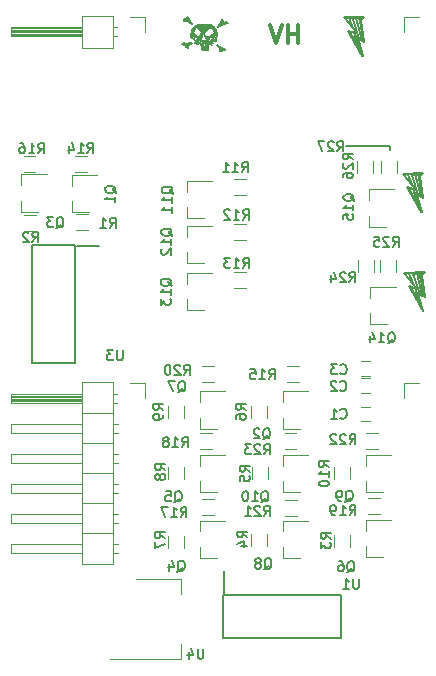
<source format=gbo>
%TF.GenerationSoftware,KiCad,Pcbnew,4.0.7*%
%TF.CreationDate,2017-11-22T17:51:59+08:00*%
%TF.ProjectId,NixieTube_QS27,4E69786965547562655F515332372E6B,rev?*%
%TF.FileFunction,Legend,Bot*%
%FSLAX46Y46*%
G04 Gerber Fmt 4.6, Leading zero omitted, Abs format (unit mm)*
G04 Created by KiCad (PCBNEW 4.0.7) date 11/22/17 17:51:59*
%MOMM*%
%LPD*%
G01*
G04 APERTURE LIST*
%ADD10C,0.100000*%
%ADD11C,0.300000*%
%ADD12C,0.200000*%
%ADD13C,0.153000*%
%ADD14C,0.120000*%
%ADD15C,0.150000*%
G04 APERTURE END LIST*
D10*
D11*
X25271428Y-2928571D02*
X25271428Y-1428571D01*
X25271428Y-2142857D02*
X24414285Y-2142857D01*
X24414285Y-2928571D02*
X24414285Y-1428571D01*
X23914285Y-1428571D02*
X23414285Y-2928571D01*
X22914285Y-1428571D01*
D12*
X33060000Y-11640000D02*
X33060000Y-11960000D01*
X29350000Y-11660000D02*
X33060000Y-11640000D01*
D13*
X35335000Y-22445000D02*
X35795000Y-24295000D01*
X35665000Y-22485000D02*
X35755000Y-22885000D01*
X34651000Y-23544000D02*
X35865000Y-25665000D01*
X35725000Y-25285000D02*
X35365000Y-24165000D01*
X35055000Y-22515000D02*
X35585000Y-24195000D01*
X34845000Y-23615000D02*
X35285000Y-24585000D01*
X35237000Y-23995500D02*
X35621000Y-25056200D01*
X35891000Y-25664200D02*
X35454000Y-24181900D01*
X35715000Y-22605000D02*
X35785000Y-22405000D01*
X35585000Y-22365000D02*
X35629000Y-22709200D01*
X36033000Y-22327400D02*
X34297000Y-22386500D01*
X35454000Y-24181900D02*
X36039000Y-24447600D01*
X35930000Y-24262700D02*
X35237000Y-23995500D01*
X34725000Y-22475000D02*
X35065000Y-23265000D01*
X34555000Y-22425000D02*
X34395000Y-22415000D01*
X34297000Y-22386500D02*
X35407000Y-23727100D01*
X36039000Y-24447600D02*
X35785000Y-22605000D01*
X35407000Y-23727100D02*
X34651000Y-23544000D01*
X35755000Y-22825000D02*
X35915000Y-23955000D01*
X35505000Y-22485000D02*
X34555000Y-22425000D01*
X35705000Y-22445000D02*
X35715000Y-22605000D01*
X35874000Y-22402600D02*
X35621000Y-22533800D01*
X35155000Y-23685000D02*
X35355000Y-24115000D01*
X35955000Y-24345000D02*
X35345000Y-24085000D01*
X35629000Y-22709200D02*
X35930000Y-24262700D01*
X35785000Y-22605000D02*
X36033000Y-22327400D01*
X35210000Y-14070000D02*
X35670000Y-15920000D01*
X35540000Y-14110000D02*
X35630000Y-14510000D01*
X34526000Y-15169000D02*
X35740000Y-17290000D01*
X35600000Y-16910000D02*
X35240000Y-15790000D01*
X34930000Y-14140000D02*
X35460000Y-15820000D01*
X34720000Y-15240000D02*
X35160000Y-16210000D01*
X35112000Y-15620500D02*
X35496000Y-16681200D01*
X35766000Y-17289200D02*
X35329000Y-15806900D01*
X35590000Y-14230000D02*
X35660000Y-14030000D01*
X35460000Y-13990000D02*
X35504000Y-14334200D01*
X35908000Y-13952400D02*
X34172000Y-14011500D01*
X35329000Y-15806900D02*
X35914000Y-16072600D01*
X35805000Y-15887700D02*
X35112000Y-15620500D01*
X34600000Y-14100000D02*
X34940000Y-14890000D01*
X34430000Y-14050000D02*
X34270000Y-14040000D01*
X34172000Y-14011500D02*
X35282000Y-15352100D01*
X35914000Y-16072600D02*
X35660000Y-14230000D01*
X35282000Y-15352100D02*
X34526000Y-15169000D01*
X35630000Y-14450000D02*
X35790000Y-15580000D01*
X35380000Y-14110000D02*
X34430000Y-14050000D01*
X35580000Y-14070000D02*
X35590000Y-14230000D01*
X35749000Y-14027600D02*
X35496000Y-14158800D01*
X35030000Y-15310000D02*
X35230000Y-15740000D01*
X35830000Y-15970000D02*
X35220000Y-15710000D01*
X35504000Y-14334200D02*
X35805000Y-15887700D01*
X35660000Y-14230000D02*
X35908000Y-13952400D01*
D14*
X15890000Y-17780000D02*
X15890000Y-16850000D01*
X15890000Y-14620000D02*
X15890000Y-15550000D01*
X15890000Y-14620000D02*
X18050000Y-14620000D01*
X15890000Y-17780000D02*
X17350000Y-17780000D01*
D15*
X6375000Y-28775000D02*
X6375000Y-30025000D01*
X2775000Y-28750000D02*
X2775000Y-30025000D01*
X8425000Y-20115000D02*
X8225000Y-20115000D01*
X8225000Y-20115000D02*
X6575000Y-20115000D01*
X6375000Y-20015000D02*
X6375000Y-28765000D01*
X6375000Y-30025000D02*
X2775000Y-30025000D01*
X2775000Y-28765000D02*
X2775000Y-20015000D01*
X2775000Y-20015000D02*
X6375000Y-20015000D01*
D14*
X22630000Y-45500000D02*
X22630000Y-44500000D01*
X21270000Y-44500000D02*
X21270000Y-45500000D01*
X15360000Y-48290000D02*
X15360000Y-49550000D01*
X15360000Y-55110000D02*
X15360000Y-53850000D01*
X11600000Y-48290000D02*
X15360000Y-48290000D01*
X9350000Y-55110000D02*
X15360000Y-55110000D01*
X31360000Y-31340000D02*
X30660000Y-31340000D01*
X30660000Y-32540000D02*
X31360000Y-32540000D01*
X33680000Y-13950000D02*
X33680000Y-12950000D01*
X32320000Y-12950000D02*
X32320000Y-13950000D01*
X30320000Y-12950000D02*
X30320000Y-13950000D01*
X31680000Y-13950000D02*
X31680000Y-12950000D01*
X31290000Y-18480000D02*
X31290000Y-17550000D01*
X31290000Y-15320000D02*
X31290000Y-16250000D01*
X31290000Y-15320000D02*
X33450000Y-15320000D01*
X31290000Y-18480000D02*
X32750000Y-18480000D01*
D15*
X27685000Y-49695000D02*
X28935000Y-49695000D01*
X27660000Y-53295000D02*
X28935000Y-53295000D01*
X19025000Y-47645000D02*
X19025000Y-47845000D01*
X19025000Y-47845000D02*
X19025000Y-49495000D01*
X18925000Y-49695000D02*
X27675000Y-49695000D01*
X28935000Y-49695000D02*
X28935000Y-53295000D01*
X27675000Y-53295000D02*
X18925000Y-53295000D01*
X18925000Y-53295000D02*
X18925000Y-49695000D01*
D14*
X33630000Y-22300000D02*
X33630000Y-21300000D01*
X32270000Y-21300000D02*
X32270000Y-22300000D01*
X30370000Y-21350000D02*
X30370000Y-22350000D01*
X31730000Y-22350000D02*
X31730000Y-21350000D01*
X25150000Y-35945000D02*
X24150000Y-35945000D01*
X24150000Y-37305000D02*
X25150000Y-37305000D01*
X32050000Y-35945000D02*
X31050000Y-35945000D01*
X31050000Y-37305000D02*
X32050000Y-37305000D01*
X25200000Y-41595000D02*
X24200000Y-41595000D01*
X24200000Y-42955000D02*
X25200000Y-42955000D01*
X18200000Y-30320000D02*
X17200000Y-30320000D01*
X17200000Y-31680000D02*
X18200000Y-31680000D01*
X32250000Y-41445000D02*
X31250000Y-41445000D01*
X31250000Y-42805000D02*
X32250000Y-42805000D01*
X18000000Y-35945000D02*
X17000000Y-35945000D01*
X17000000Y-37305000D02*
X18000000Y-37305000D01*
X18200000Y-41570000D02*
X17200000Y-41570000D01*
X17200000Y-42930000D02*
X18200000Y-42930000D01*
X3050000Y-12470000D02*
X2050000Y-12470000D01*
X2050000Y-13830000D02*
X3050000Y-13830000D01*
X25350000Y-30320000D02*
X24350000Y-30320000D01*
X24350000Y-31680000D02*
X25350000Y-31680000D01*
X6425000Y-13855000D02*
X7425000Y-13855000D01*
X7425000Y-12495000D02*
X6425000Y-12495000D01*
X19850000Y-23680000D02*
X20850000Y-23680000D01*
X20850000Y-22320000D02*
X19850000Y-22320000D01*
X19850000Y-19630000D02*
X20850000Y-19630000D01*
X20850000Y-18270000D02*
X19850000Y-18270000D01*
X19850000Y-15780000D02*
X20850000Y-15780000D01*
X20850000Y-14420000D02*
X19850000Y-14420000D01*
X29680000Y-39875000D02*
X29680000Y-38875000D01*
X28320000Y-38875000D02*
X28320000Y-39875000D01*
X15630000Y-34650000D02*
X15630000Y-33650000D01*
X14270000Y-33650000D02*
X14270000Y-34650000D01*
X15630000Y-39875000D02*
X15630000Y-38875000D01*
X14270000Y-38875000D02*
X14270000Y-39875000D01*
X15630000Y-45675000D02*
X15630000Y-44675000D01*
X14270000Y-44675000D02*
X14270000Y-45675000D01*
X22630000Y-34650000D02*
X22630000Y-33650000D01*
X21270000Y-33650000D02*
X21270000Y-34650000D01*
X22780000Y-39875000D02*
X22780000Y-38875000D01*
X21420000Y-38875000D02*
X21420000Y-39875000D01*
X29680000Y-45600000D02*
X29680000Y-44600000D01*
X28320000Y-44600000D02*
X28320000Y-45600000D01*
X2100000Y-18830000D02*
X3100000Y-18830000D01*
X3100000Y-17470000D02*
X2100000Y-17470000D01*
X6475000Y-18755000D02*
X7475000Y-18755000D01*
X7475000Y-17395000D02*
X6475000Y-17395000D01*
X31390000Y-26730000D02*
X31390000Y-25800000D01*
X31390000Y-23570000D02*
X31390000Y-24500000D01*
X31390000Y-23570000D02*
X33550000Y-23570000D01*
X31390000Y-26730000D02*
X32850000Y-26730000D01*
X15890000Y-25580000D02*
X15890000Y-24650000D01*
X15890000Y-22420000D02*
X15890000Y-23350000D01*
X15890000Y-22420000D02*
X18050000Y-22420000D01*
X15890000Y-25580000D02*
X17350000Y-25580000D01*
X15890000Y-21580000D02*
X15890000Y-20650000D01*
X15890000Y-18420000D02*
X15890000Y-19350000D01*
X15890000Y-18420000D02*
X18050000Y-18420000D01*
X15890000Y-21580000D02*
X17350000Y-21580000D01*
X23990000Y-40955000D02*
X23990000Y-40025000D01*
X23990000Y-37795000D02*
X23990000Y-38725000D01*
X23990000Y-37795000D02*
X26150000Y-37795000D01*
X23990000Y-40955000D02*
X25450000Y-40955000D01*
X31040000Y-40955000D02*
X31040000Y-40025000D01*
X31040000Y-37795000D02*
X31040000Y-38725000D01*
X31040000Y-37795000D02*
X33200000Y-37795000D01*
X31040000Y-40955000D02*
X32500000Y-40955000D01*
X23990000Y-46530000D02*
X23990000Y-45600000D01*
X23990000Y-43370000D02*
X23990000Y-44300000D01*
X23990000Y-43370000D02*
X26150000Y-43370000D01*
X23990000Y-46530000D02*
X25450000Y-46530000D01*
X16990000Y-35580000D02*
X16990000Y-34650000D01*
X16990000Y-32420000D02*
X16990000Y-33350000D01*
X16990000Y-32420000D02*
X19150000Y-32420000D01*
X16990000Y-35580000D02*
X18450000Y-35580000D01*
X31040000Y-46455000D02*
X31040000Y-45525000D01*
X31040000Y-43295000D02*
X31040000Y-44225000D01*
X31040000Y-43295000D02*
X33200000Y-43295000D01*
X31040000Y-46455000D02*
X32500000Y-46455000D01*
X16990000Y-40955000D02*
X16990000Y-40025000D01*
X16990000Y-37795000D02*
X16990000Y-38725000D01*
X16990000Y-37795000D02*
X19150000Y-37795000D01*
X16990000Y-40955000D02*
X18450000Y-40955000D01*
X16990000Y-46530000D02*
X16990000Y-45600000D01*
X16990000Y-43370000D02*
X16990000Y-44300000D01*
X16990000Y-43370000D02*
X19150000Y-43370000D01*
X16990000Y-46530000D02*
X18450000Y-46530000D01*
X23990000Y-35580000D02*
X23990000Y-34650000D01*
X23990000Y-32420000D02*
X23990000Y-33350000D01*
X23990000Y-32420000D02*
X26150000Y-32420000D01*
X23990000Y-35580000D02*
X25450000Y-35580000D01*
X6115000Y-17255000D02*
X6115000Y-16325000D01*
X6115000Y-14095000D02*
X6115000Y-15025000D01*
X6115000Y-14095000D02*
X8275000Y-14095000D01*
X6115000Y-17255000D02*
X7575000Y-17255000D01*
X30650000Y-34950000D02*
X31350000Y-34950000D01*
X31350000Y-33750000D02*
X30650000Y-33750000D01*
X1840000Y-17230000D02*
X1840000Y-16300000D01*
X1840000Y-14070000D02*
X1840000Y-15000000D01*
X1840000Y-14070000D02*
X4000000Y-14070000D01*
X1840000Y-17230000D02*
X3300000Y-17230000D01*
X31350000Y-29900000D02*
X30650000Y-29900000D01*
X30650000Y-31100000D02*
X31350000Y-31100000D01*
X9660000Y-31670000D02*
X9660000Y-47030000D01*
X9660000Y-47030000D02*
X7000000Y-47030000D01*
X7000000Y-47030000D02*
X7000000Y-31670000D01*
X7000000Y-31670000D02*
X9660000Y-31670000D01*
X7000000Y-32620000D02*
X1000000Y-32620000D01*
X1000000Y-32620000D02*
X1000000Y-33380000D01*
X1000000Y-33380000D02*
X7000000Y-33380000D01*
X7000000Y-32680000D02*
X1000000Y-32680000D01*
X7000000Y-32800000D02*
X1000000Y-32800000D01*
X7000000Y-32920000D02*
X1000000Y-32920000D01*
X7000000Y-33040000D02*
X1000000Y-33040000D01*
X7000000Y-33160000D02*
X1000000Y-33160000D01*
X7000000Y-33280000D02*
X1000000Y-33280000D01*
X9990000Y-32620000D02*
X9660000Y-32620000D01*
X9990000Y-33380000D02*
X9660000Y-33380000D01*
X9660000Y-34270000D02*
X7000000Y-34270000D01*
X7000000Y-35160000D02*
X1000000Y-35160000D01*
X1000000Y-35160000D02*
X1000000Y-35920000D01*
X1000000Y-35920000D02*
X7000000Y-35920000D01*
X10057071Y-35160000D02*
X9660000Y-35160000D01*
X10057071Y-35920000D02*
X9660000Y-35920000D01*
X9660000Y-36810000D02*
X7000000Y-36810000D01*
X7000000Y-37700000D02*
X1000000Y-37700000D01*
X1000000Y-37700000D02*
X1000000Y-38460000D01*
X1000000Y-38460000D02*
X7000000Y-38460000D01*
X10057071Y-37700000D02*
X9660000Y-37700000D01*
X10057071Y-38460000D02*
X9660000Y-38460000D01*
X9660000Y-39350000D02*
X7000000Y-39350000D01*
X7000000Y-40240000D02*
X1000000Y-40240000D01*
X1000000Y-40240000D02*
X1000000Y-41000000D01*
X1000000Y-41000000D02*
X7000000Y-41000000D01*
X10057071Y-40240000D02*
X9660000Y-40240000D01*
X10057071Y-41000000D02*
X9660000Y-41000000D01*
X9660000Y-41890000D02*
X7000000Y-41890000D01*
X7000000Y-42780000D02*
X1000000Y-42780000D01*
X1000000Y-42780000D02*
X1000000Y-43540000D01*
X1000000Y-43540000D02*
X7000000Y-43540000D01*
X10057071Y-42780000D02*
X9660000Y-42780000D01*
X10057071Y-43540000D02*
X9660000Y-43540000D01*
X9660000Y-44430000D02*
X7000000Y-44430000D01*
X7000000Y-45320000D02*
X1000000Y-45320000D01*
X1000000Y-45320000D02*
X1000000Y-46080000D01*
X1000000Y-46080000D02*
X7000000Y-46080000D01*
X10057071Y-45320000D02*
X9660000Y-45320000D01*
X10057071Y-46080000D02*
X9660000Y-46080000D01*
X12370000Y-33000000D02*
X12370000Y-31730000D01*
X12370000Y-31730000D02*
X11100000Y-31730000D01*
X35500000Y-31730000D02*
X34230000Y-31730000D01*
X34230000Y-31730000D02*
X34230000Y-33000000D01*
X35550000Y-730000D02*
X34280000Y-730000D01*
X34280000Y-730000D02*
X34280000Y-2000000D01*
X9660000Y-670000D02*
X9660000Y-3330000D01*
X9660000Y-3330000D02*
X7000000Y-3330000D01*
X7000000Y-3330000D02*
X7000000Y-670000D01*
X7000000Y-670000D02*
X9660000Y-670000D01*
X7000000Y-1620000D02*
X1000000Y-1620000D01*
X1000000Y-1620000D02*
X1000000Y-2380000D01*
X1000000Y-2380000D02*
X7000000Y-2380000D01*
X7000000Y-1680000D02*
X1000000Y-1680000D01*
X7000000Y-1800000D02*
X1000000Y-1800000D01*
X7000000Y-1920000D02*
X1000000Y-1920000D01*
X7000000Y-2040000D02*
X1000000Y-2040000D01*
X7000000Y-2160000D02*
X1000000Y-2160000D01*
X7000000Y-2280000D02*
X1000000Y-2280000D01*
X9990000Y-1620000D02*
X9660000Y-1620000D01*
X9990000Y-2380000D02*
X9660000Y-2380000D01*
X12370000Y-2000000D02*
X12370000Y-730000D01*
X12370000Y-730000D02*
X11100000Y-730000D01*
D13*
X15900000Y-3200000D02*
X15480000Y-3060000D01*
X18820000Y-3600000D02*
X18720000Y-3630000D01*
X16950000Y-2600000D02*
X17160000Y-2280000D01*
X18210000Y-2220000D02*
X17960000Y-2380000D01*
X17130000Y-2320000D02*
X17050000Y-2720000D01*
X17710000Y-2910000D02*
X17850000Y-2760000D01*
X17660000Y-2970000D02*
X17840000Y-2960000D01*
X17030000Y-2350000D02*
X17210000Y-2200000D01*
X17660000Y-3020000D02*
X17550000Y-2910000D01*
X19000000Y-1350000D02*
X18790000Y-1170000D01*
X19220000Y-1160000D02*
X19030000Y-1260000D01*
X18700000Y-3440000D02*
X18590000Y-3230000D01*
X18240000Y-1690000D02*
X18440000Y-2130000D01*
X17710000Y-2560000D02*
X17900000Y-2390000D01*
X17110000Y-2800000D02*
X17510000Y-2790000D01*
X17970000Y-2460000D02*
X18360000Y-2170000D01*
X18200000Y-2600000D02*
X17910000Y-2660000D01*
X16300000Y-2930000D02*
X16000000Y-3200000D01*
X18750000Y-1340000D02*
X18820000Y-1330000D01*
X17510000Y-2410000D02*
X18160000Y-2350000D01*
X18360000Y-2730000D02*
X17820000Y-2820000D01*
X17210000Y-3510000D02*
X17020000Y-2890000D01*
X18020000Y-3070000D02*
X17770000Y-2970000D01*
X16250000Y-2930000D02*
X15820000Y-3040000D01*
X16540000Y-2360000D02*
X16420000Y-2310000D01*
X18770000Y-3360000D02*
X19050000Y-3420000D01*
X17580000Y-2560000D02*
X17760000Y-2480000D01*
X17280000Y-2910000D02*
X17360000Y-3470000D01*
X16610000Y-2930000D02*
X16700000Y-2700000D01*
X18360000Y-2110000D02*
X18190000Y-2420000D01*
X18840000Y-3480000D02*
X18820000Y-3600000D01*
X18240000Y-2120000D02*
X18080000Y-1750000D01*
X16920000Y-2910000D02*
X16760000Y-3040000D01*
X17430000Y-2370000D02*
X17630000Y-2790000D01*
X15900000Y-3090000D02*
X16260000Y-2930000D01*
X16000000Y-3200000D02*
X15950000Y-3400000D01*
X17730000Y-2630000D02*
X17460000Y-2750000D01*
X17530000Y-2870000D02*
X17610000Y-2880000D01*
X16860000Y-2610000D02*
X17190000Y-2090000D01*
X18430000Y-2110000D02*
X18370000Y-2740000D01*
X18530000Y-1580000D02*
X19000000Y-1350000D01*
X18790000Y-1170000D02*
X18510000Y-1550000D01*
X18720000Y-3630000D02*
X18700000Y-3440000D01*
X19070000Y-3540000D02*
X18840000Y-3480000D01*
X16800000Y-3030000D02*
X16630000Y-2910000D01*
X16570000Y-2460000D02*
X17100000Y-2420000D01*
X18450000Y-3080000D02*
X18770000Y-3360000D01*
X17620000Y-1650000D02*
X18090000Y-1700000D01*
X19050000Y-3420000D02*
X19070000Y-3540000D01*
X18360000Y-2170000D02*
X18090000Y-1710000D01*
X17360000Y-3470000D02*
X17280000Y-2910000D01*
X18190000Y-2140000D02*
X18100000Y-2430000D01*
X19030000Y-1260000D02*
X18820000Y-1000000D01*
X17630000Y-3510000D02*
X17400000Y-3520000D01*
X16810000Y-2820000D02*
X16930000Y-2910000D01*
X18890000Y-1140000D02*
X18870000Y-950000D01*
X16970000Y-2960000D02*
X16690000Y-2780000D01*
X17400000Y-3520000D02*
X17200000Y-3470000D01*
X18230000Y-1680000D02*
X17920000Y-1450000D01*
X18090000Y-1710000D02*
X17810000Y-1520000D01*
X17910000Y-2840000D02*
X18060000Y-2980000D01*
X17490000Y-2950000D02*
X17530000Y-3460000D01*
X17520000Y-2820000D02*
X16930000Y-2680000D01*
X17430000Y-2900000D02*
X17140000Y-2920000D01*
X15950000Y-3400000D02*
X15810000Y-3290000D01*
X17070000Y-1820000D02*
X17610000Y-1650000D01*
X17520000Y-1750000D02*
X17280000Y-1880000D01*
X16250000Y-2460000D02*
X16590000Y-2680000D01*
X16390000Y-2240000D02*
X16410000Y-2340000D01*
X17270000Y-1900000D02*
X17120000Y-1700000D01*
X16310000Y-1330000D02*
X16020000Y-1000000D01*
X15950000Y-980000D02*
X15630000Y-950000D01*
X16020000Y-1000000D02*
X16070000Y-790000D01*
X15950000Y-1110000D02*
X16180000Y-1260000D01*
X16310000Y-1840000D02*
X16700000Y-1430000D01*
X16830000Y-1560000D02*
X17780000Y-1580000D01*
X17400000Y-2050000D02*
X17310000Y-2160000D01*
X17310000Y-2160000D02*
X17450000Y-2340000D01*
X16850000Y-1520000D02*
X17170000Y-1690000D01*
X16250000Y-2430000D02*
X16310000Y-1860000D01*
X16070000Y-790000D02*
X15910000Y-780000D01*
X17860000Y-1570000D02*
X17400000Y-2050000D01*
X16850000Y-2550000D02*
X16450000Y-2190000D01*
X16740000Y-1420000D02*
X17910000Y-1450000D01*
X17610000Y-1650000D02*
X17690000Y-1760000D01*
X17780000Y-1580000D02*
X17690000Y-1710000D01*
X17540000Y-1640000D02*
X17070000Y-1820000D01*
X17810000Y-1520000D02*
X16750000Y-1530000D01*
X15910000Y-780000D02*
X15950000Y-980000D01*
X17230000Y-2120000D02*
X16740000Y-1580000D01*
X15670000Y-1110000D02*
X15950000Y-1110000D01*
X16940000Y-1760000D02*
X16830000Y-1690000D01*
X16370000Y-1950000D02*
X16330000Y-2460000D01*
X16750000Y-1530000D02*
X16370000Y-1950000D01*
X15630000Y-950000D02*
X15670000Y-1110000D01*
X16610000Y-1730000D02*
X16370000Y-2070000D01*
X15480000Y-3060000D02*
X15680000Y-2980000D01*
X15680000Y-2980000D02*
X15900000Y-3090000D01*
X15810000Y-3290000D02*
X15900000Y-3200000D01*
X19330000Y-1260000D02*
X19220000Y-1160000D01*
X19020000Y-1340000D02*
X19330000Y-1260000D01*
X17700000Y-3040000D02*
X17690000Y-3520000D01*
X30210000Y-820000D02*
X30670000Y-2670000D01*
X30540000Y-860000D02*
X30630000Y-1260000D01*
X29526000Y-1919000D02*
X30740000Y-4040000D01*
X30600000Y-3660000D02*
X30240000Y-2540000D01*
X29930000Y-890000D02*
X30460000Y-2570000D01*
X29720000Y-1990000D02*
X30160000Y-2960000D01*
X30112000Y-2370500D02*
X30496000Y-3431200D01*
X30766000Y-4039200D02*
X30329000Y-2556900D01*
X30590000Y-980000D02*
X30660000Y-780000D01*
X30460000Y-740000D02*
X30504000Y-1084200D01*
X30908000Y-702400D02*
X29172000Y-761500D01*
X30329000Y-2556900D02*
X30914000Y-2822600D01*
X30805000Y-2637700D02*
X30112000Y-2370500D01*
X29600000Y-850000D02*
X29940000Y-1640000D01*
X29430000Y-800000D02*
X29270000Y-790000D01*
X29172000Y-761500D02*
X30282000Y-2102100D01*
X30914000Y-2822600D02*
X30660000Y-980000D01*
X30282000Y-2102100D02*
X29526000Y-1919000D01*
X30630000Y-1200000D02*
X30790000Y-2330000D01*
X30380000Y-860000D02*
X29430000Y-800000D01*
X30580000Y-820000D02*
X30590000Y-980000D01*
X30749000Y-777600D02*
X30496000Y-908800D01*
X30030000Y-2060000D02*
X30230000Y-2490000D01*
X30830000Y-2720000D02*
X30220000Y-2460000D01*
X30504000Y-1084200D02*
X30805000Y-2637700D01*
X30660000Y-980000D02*
X30908000Y-702400D01*
X14705476Y-15714286D02*
X14665000Y-15633333D01*
X14584048Y-15552381D01*
X14462619Y-15430952D01*
X14422143Y-15350000D01*
X14422143Y-15269048D01*
X14624524Y-15309524D02*
X14584048Y-15228571D01*
X14503095Y-15147619D01*
X14341190Y-15107143D01*
X14057857Y-15107143D01*
X13895952Y-15147619D01*
X13815000Y-15228571D01*
X13774524Y-15309524D01*
X13774524Y-15471428D01*
X13815000Y-15552381D01*
X13895952Y-15633333D01*
X14057857Y-15673809D01*
X14341190Y-15673809D01*
X14503095Y-15633333D01*
X14584048Y-15552381D01*
X14624524Y-15471428D01*
X14624524Y-15309524D01*
X14624524Y-16483333D02*
X14624524Y-15997619D01*
X14624524Y-16240476D02*
X13774524Y-16240476D01*
X13895952Y-16159524D01*
X13976905Y-16078571D01*
X14017381Y-15997619D01*
X14624524Y-17292857D02*
X14624524Y-16807143D01*
X14624524Y-17050000D02*
X13774524Y-17050000D01*
X13895952Y-16969048D01*
X13976905Y-16888095D01*
X14017381Y-16807143D01*
X10447619Y-28934524D02*
X10447619Y-29622619D01*
X10407143Y-29703571D01*
X10366667Y-29744048D01*
X10285714Y-29784524D01*
X10123810Y-29784524D01*
X10042857Y-29744048D01*
X10002381Y-29703571D01*
X9961905Y-29622619D01*
X9961905Y-28934524D01*
X9638095Y-28934524D02*
X9111905Y-28934524D01*
X9395238Y-29258333D01*
X9273810Y-29258333D01*
X9192857Y-29298810D01*
X9152381Y-29339286D01*
X9111905Y-29420238D01*
X9111905Y-29622619D01*
X9152381Y-29703571D01*
X9192857Y-29744048D01*
X9273810Y-29784524D01*
X9516667Y-29784524D01*
X9597619Y-29744048D01*
X9638095Y-29703571D01*
X21014524Y-44793333D02*
X20609762Y-44510000D01*
X21014524Y-44307619D02*
X20164524Y-44307619D01*
X20164524Y-44631428D01*
X20205000Y-44712381D01*
X20245476Y-44752857D01*
X20326429Y-44793333D01*
X20447857Y-44793333D01*
X20528810Y-44752857D01*
X20569286Y-44712381D01*
X20609762Y-44631428D01*
X20609762Y-44307619D01*
X20447857Y-45521905D02*
X21014524Y-45521905D01*
X20124048Y-45319524D02*
X20731190Y-45117143D01*
X20731190Y-45643333D01*
X17277619Y-54214524D02*
X17277619Y-54902619D01*
X17237143Y-54983571D01*
X17196667Y-55024048D01*
X17115714Y-55064524D01*
X16953810Y-55064524D01*
X16872857Y-55024048D01*
X16832381Y-54983571D01*
X16791905Y-54902619D01*
X16791905Y-54214524D01*
X16022857Y-54497857D02*
X16022857Y-55064524D01*
X16225238Y-54174048D02*
X16427619Y-54781190D01*
X15901429Y-54781190D01*
X28861667Y-32323571D02*
X28902143Y-32364048D01*
X29023572Y-32404524D01*
X29104524Y-32404524D01*
X29225952Y-32364048D01*
X29306905Y-32283095D01*
X29347381Y-32202143D01*
X29387857Y-32040238D01*
X29387857Y-31918810D01*
X29347381Y-31756905D01*
X29306905Y-31675952D01*
X29225952Y-31595000D01*
X29104524Y-31554524D01*
X29023572Y-31554524D01*
X28902143Y-31595000D01*
X28861667Y-31635476D01*
X28537857Y-31635476D02*
X28497381Y-31595000D01*
X28416429Y-31554524D01*
X28214048Y-31554524D01*
X28133095Y-31595000D01*
X28092619Y-31635476D01*
X28052143Y-31716429D01*
X28052143Y-31797381D01*
X28092619Y-31918810D01*
X28578333Y-32404524D01*
X28052143Y-32404524D01*
X28626429Y-12114524D02*
X28909762Y-11709762D01*
X29112143Y-12114524D02*
X29112143Y-11264524D01*
X28788334Y-11264524D01*
X28707381Y-11305000D01*
X28666905Y-11345476D01*
X28626429Y-11426429D01*
X28626429Y-11547857D01*
X28666905Y-11628810D01*
X28707381Y-11669286D01*
X28788334Y-11709762D01*
X29112143Y-11709762D01*
X28302619Y-11345476D02*
X28262143Y-11305000D01*
X28181191Y-11264524D01*
X27978810Y-11264524D01*
X27897857Y-11305000D01*
X27857381Y-11345476D01*
X27816905Y-11426429D01*
X27816905Y-11507381D01*
X27857381Y-11628810D01*
X28343095Y-12114524D01*
X27816905Y-12114524D01*
X27533571Y-11264524D02*
X26966905Y-11264524D01*
X27331190Y-12114524D01*
X29934524Y-12783571D02*
X29529762Y-12500238D01*
X29934524Y-12297857D02*
X29084524Y-12297857D01*
X29084524Y-12621666D01*
X29125000Y-12702619D01*
X29165476Y-12743095D01*
X29246429Y-12783571D01*
X29367857Y-12783571D01*
X29448810Y-12743095D01*
X29489286Y-12702619D01*
X29529762Y-12621666D01*
X29529762Y-12297857D01*
X29165476Y-13107381D02*
X29125000Y-13147857D01*
X29084524Y-13228809D01*
X29084524Y-13431190D01*
X29125000Y-13512143D01*
X29165476Y-13552619D01*
X29246429Y-13593095D01*
X29327381Y-13593095D01*
X29448810Y-13552619D01*
X29934524Y-13066905D01*
X29934524Y-13593095D01*
X29084524Y-14321667D02*
X29084524Y-14159762D01*
X29125000Y-14078810D01*
X29165476Y-14038333D01*
X29286905Y-13957381D01*
X29448810Y-13916905D01*
X29772619Y-13916905D01*
X29853571Y-13957381D01*
X29894048Y-13997857D01*
X29934524Y-14078810D01*
X29934524Y-14240714D01*
X29894048Y-14321667D01*
X29853571Y-14362143D01*
X29772619Y-14402619D01*
X29570238Y-14402619D01*
X29489286Y-14362143D01*
X29448810Y-14321667D01*
X29408333Y-14240714D01*
X29408333Y-14078810D01*
X29448810Y-13997857D01*
X29489286Y-13957381D01*
X29570238Y-13916905D01*
X30055476Y-16344286D02*
X30015000Y-16263333D01*
X29934048Y-16182381D01*
X29812619Y-16060952D01*
X29772143Y-15980000D01*
X29772143Y-15899048D01*
X29974524Y-15939524D02*
X29934048Y-15858571D01*
X29853095Y-15777619D01*
X29691190Y-15737143D01*
X29407857Y-15737143D01*
X29245952Y-15777619D01*
X29165000Y-15858571D01*
X29124524Y-15939524D01*
X29124524Y-16101428D01*
X29165000Y-16182381D01*
X29245952Y-16263333D01*
X29407857Y-16303809D01*
X29691190Y-16303809D01*
X29853095Y-16263333D01*
X29934048Y-16182381D01*
X29974524Y-16101428D01*
X29974524Y-15939524D01*
X29974524Y-17113333D02*
X29974524Y-16627619D01*
X29974524Y-16870476D02*
X29124524Y-16870476D01*
X29245952Y-16789524D01*
X29326905Y-16708571D01*
X29367381Y-16627619D01*
X29124524Y-17882381D02*
X29124524Y-17477619D01*
X29529286Y-17437143D01*
X29488810Y-17477619D01*
X29448333Y-17558571D01*
X29448333Y-17760952D01*
X29488810Y-17841905D01*
X29529286Y-17882381D01*
X29610238Y-17922857D01*
X29812619Y-17922857D01*
X29893571Y-17882381D01*
X29934048Y-17841905D01*
X29974524Y-17760952D01*
X29974524Y-17558571D01*
X29934048Y-17477619D01*
X29893571Y-17437143D01*
X30447619Y-48314524D02*
X30447619Y-49002619D01*
X30407143Y-49083571D01*
X30366667Y-49124048D01*
X30285714Y-49164524D01*
X30123810Y-49164524D01*
X30042857Y-49124048D01*
X30002381Y-49083571D01*
X29961905Y-49002619D01*
X29961905Y-48314524D01*
X29111905Y-49164524D02*
X29597619Y-49164524D01*
X29354762Y-49164524D02*
X29354762Y-48314524D01*
X29435714Y-48435952D01*
X29516667Y-48516905D01*
X29597619Y-48557381D01*
X33316429Y-20174524D02*
X33599762Y-19769762D01*
X33802143Y-20174524D02*
X33802143Y-19324524D01*
X33478334Y-19324524D01*
X33397381Y-19365000D01*
X33356905Y-19405476D01*
X33316429Y-19486429D01*
X33316429Y-19607857D01*
X33356905Y-19688810D01*
X33397381Y-19729286D01*
X33478334Y-19769762D01*
X33802143Y-19769762D01*
X32992619Y-19405476D02*
X32952143Y-19365000D01*
X32871191Y-19324524D01*
X32668810Y-19324524D01*
X32587857Y-19365000D01*
X32547381Y-19405476D01*
X32506905Y-19486429D01*
X32506905Y-19567381D01*
X32547381Y-19688810D01*
X33033095Y-20174524D01*
X32506905Y-20174524D01*
X31737857Y-19324524D02*
X32142619Y-19324524D01*
X32183095Y-19729286D01*
X32142619Y-19688810D01*
X32061667Y-19648333D01*
X31859286Y-19648333D01*
X31778333Y-19688810D01*
X31737857Y-19729286D01*
X31697381Y-19810238D01*
X31697381Y-20012619D01*
X31737857Y-20093571D01*
X31778333Y-20134048D01*
X31859286Y-20174524D01*
X32061667Y-20174524D01*
X32142619Y-20134048D01*
X32183095Y-20093571D01*
X29646429Y-23184524D02*
X29929762Y-22779762D01*
X30132143Y-23184524D02*
X30132143Y-22334524D01*
X29808334Y-22334524D01*
X29727381Y-22375000D01*
X29686905Y-22415476D01*
X29646429Y-22496429D01*
X29646429Y-22617857D01*
X29686905Y-22698810D01*
X29727381Y-22739286D01*
X29808334Y-22779762D01*
X30132143Y-22779762D01*
X29322619Y-22415476D02*
X29282143Y-22375000D01*
X29201191Y-22334524D01*
X28998810Y-22334524D01*
X28917857Y-22375000D01*
X28877381Y-22415476D01*
X28836905Y-22496429D01*
X28836905Y-22577381D01*
X28877381Y-22698810D01*
X29363095Y-23184524D01*
X28836905Y-23184524D01*
X28108333Y-22617857D02*
X28108333Y-23184524D01*
X28310714Y-22294048D02*
X28513095Y-22901190D01*
X27986905Y-22901190D01*
X22406429Y-37764524D02*
X22689762Y-37359762D01*
X22892143Y-37764524D02*
X22892143Y-36914524D01*
X22568334Y-36914524D01*
X22487381Y-36955000D01*
X22446905Y-36995476D01*
X22406429Y-37076429D01*
X22406429Y-37197857D01*
X22446905Y-37278810D01*
X22487381Y-37319286D01*
X22568334Y-37359762D01*
X22892143Y-37359762D01*
X22082619Y-36995476D02*
X22042143Y-36955000D01*
X21961191Y-36914524D01*
X21758810Y-36914524D01*
X21677857Y-36955000D01*
X21637381Y-36995476D01*
X21596905Y-37076429D01*
X21596905Y-37157381D01*
X21637381Y-37278810D01*
X22123095Y-37764524D01*
X21596905Y-37764524D01*
X21313571Y-36914524D02*
X20787381Y-36914524D01*
X21070714Y-37238333D01*
X20949286Y-37238333D01*
X20868333Y-37278810D01*
X20827857Y-37319286D01*
X20787381Y-37400238D01*
X20787381Y-37602619D01*
X20827857Y-37683571D01*
X20868333Y-37724048D01*
X20949286Y-37764524D01*
X21192143Y-37764524D01*
X21273095Y-37724048D01*
X21313571Y-37683571D01*
X29656429Y-36914524D02*
X29939762Y-36509762D01*
X30142143Y-36914524D02*
X30142143Y-36064524D01*
X29818334Y-36064524D01*
X29737381Y-36105000D01*
X29696905Y-36145476D01*
X29656429Y-36226429D01*
X29656429Y-36347857D01*
X29696905Y-36428810D01*
X29737381Y-36469286D01*
X29818334Y-36509762D01*
X30142143Y-36509762D01*
X29332619Y-36145476D02*
X29292143Y-36105000D01*
X29211191Y-36064524D01*
X29008810Y-36064524D01*
X28927857Y-36105000D01*
X28887381Y-36145476D01*
X28846905Y-36226429D01*
X28846905Y-36307381D01*
X28887381Y-36428810D01*
X29373095Y-36914524D01*
X28846905Y-36914524D01*
X28523095Y-36145476D02*
X28482619Y-36105000D01*
X28401667Y-36064524D01*
X28199286Y-36064524D01*
X28118333Y-36105000D01*
X28077857Y-36145476D01*
X28037381Y-36226429D01*
X28037381Y-36307381D01*
X28077857Y-36428810D01*
X28563571Y-36914524D01*
X28037381Y-36914524D01*
X22406429Y-42974524D02*
X22689762Y-42569762D01*
X22892143Y-42974524D02*
X22892143Y-42124524D01*
X22568334Y-42124524D01*
X22487381Y-42165000D01*
X22446905Y-42205476D01*
X22406429Y-42286429D01*
X22406429Y-42407857D01*
X22446905Y-42488810D01*
X22487381Y-42529286D01*
X22568334Y-42569762D01*
X22892143Y-42569762D01*
X22082619Y-42205476D02*
X22042143Y-42165000D01*
X21961191Y-42124524D01*
X21758810Y-42124524D01*
X21677857Y-42165000D01*
X21637381Y-42205476D01*
X21596905Y-42286429D01*
X21596905Y-42367381D01*
X21637381Y-42488810D01*
X22123095Y-42974524D01*
X21596905Y-42974524D01*
X20787381Y-42974524D02*
X21273095Y-42974524D01*
X21030238Y-42974524D02*
X21030238Y-42124524D01*
X21111190Y-42245952D01*
X21192143Y-42326905D01*
X21273095Y-42367381D01*
X15626429Y-31044524D02*
X15909762Y-30639762D01*
X16112143Y-31044524D02*
X16112143Y-30194524D01*
X15788334Y-30194524D01*
X15707381Y-30235000D01*
X15666905Y-30275476D01*
X15626429Y-30356429D01*
X15626429Y-30477857D01*
X15666905Y-30558810D01*
X15707381Y-30599286D01*
X15788334Y-30639762D01*
X16112143Y-30639762D01*
X15302619Y-30275476D02*
X15262143Y-30235000D01*
X15181191Y-30194524D01*
X14978810Y-30194524D01*
X14897857Y-30235000D01*
X14857381Y-30275476D01*
X14816905Y-30356429D01*
X14816905Y-30437381D01*
X14857381Y-30558810D01*
X15343095Y-31044524D01*
X14816905Y-31044524D01*
X14290714Y-30194524D02*
X14209762Y-30194524D01*
X14128810Y-30235000D01*
X14088333Y-30275476D01*
X14047857Y-30356429D01*
X14007381Y-30518333D01*
X14007381Y-30720714D01*
X14047857Y-30882619D01*
X14088333Y-30963571D01*
X14128810Y-31004048D01*
X14209762Y-31044524D01*
X14290714Y-31044524D01*
X14371667Y-31004048D01*
X14412143Y-30963571D01*
X14452619Y-30882619D01*
X14493095Y-30720714D01*
X14493095Y-30518333D01*
X14452619Y-30356429D01*
X14412143Y-30275476D01*
X14371667Y-30235000D01*
X14290714Y-30194524D01*
X29656429Y-42924524D02*
X29939762Y-42519762D01*
X30142143Y-42924524D02*
X30142143Y-42074524D01*
X29818334Y-42074524D01*
X29737381Y-42115000D01*
X29696905Y-42155476D01*
X29656429Y-42236429D01*
X29656429Y-42357857D01*
X29696905Y-42438810D01*
X29737381Y-42479286D01*
X29818334Y-42519762D01*
X30142143Y-42519762D01*
X28846905Y-42924524D02*
X29332619Y-42924524D01*
X29089762Y-42924524D02*
X29089762Y-42074524D01*
X29170714Y-42195952D01*
X29251667Y-42276905D01*
X29332619Y-42317381D01*
X28442143Y-42924524D02*
X28280238Y-42924524D01*
X28199286Y-42884048D01*
X28158810Y-42843571D01*
X28077857Y-42722143D01*
X28037381Y-42560238D01*
X28037381Y-42236429D01*
X28077857Y-42155476D01*
X28118333Y-42115000D01*
X28199286Y-42074524D01*
X28361190Y-42074524D01*
X28442143Y-42115000D01*
X28482619Y-42155476D01*
X28523095Y-42236429D01*
X28523095Y-42438810D01*
X28482619Y-42519762D01*
X28442143Y-42560238D01*
X28361190Y-42600714D01*
X28199286Y-42600714D01*
X28118333Y-42560238D01*
X28077857Y-42519762D01*
X28037381Y-42438810D01*
X15466429Y-37154524D02*
X15749762Y-36749762D01*
X15952143Y-37154524D02*
X15952143Y-36304524D01*
X15628334Y-36304524D01*
X15547381Y-36345000D01*
X15506905Y-36385476D01*
X15466429Y-36466429D01*
X15466429Y-36587857D01*
X15506905Y-36668810D01*
X15547381Y-36709286D01*
X15628334Y-36749762D01*
X15952143Y-36749762D01*
X14656905Y-37154524D02*
X15142619Y-37154524D01*
X14899762Y-37154524D02*
X14899762Y-36304524D01*
X14980714Y-36425952D01*
X15061667Y-36506905D01*
X15142619Y-36547381D01*
X14171190Y-36668810D02*
X14252143Y-36628333D01*
X14292619Y-36587857D01*
X14333095Y-36506905D01*
X14333095Y-36466429D01*
X14292619Y-36385476D01*
X14252143Y-36345000D01*
X14171190Y-36304524D01*
X14009286Y-36304524D01*
X13928333Y-36345000D01*
X13887857Y-36385476D01*
X13847381Y-36466429D01*
X13847381Y-36506905D01*
X13887857Y-36587857D01*
X13928333Y-36628333D01*
X14009286Y-36668810D01*
X14171190Y-36668810D01*
X14252143Y-36709286D01*
X14292619Y-36749762D01*
X14333095Y-36830714D01*
X14333095Y-36992619D01*
X14292619Y-37073571D01*
X14252143Y-37114048D01*
X14171190Y-37154524D01*
X14009286Y-37154524D01*
X13928333Y-37114048D01*
X13887857Y-37073571D01*
X13847381Y-36992619D01*
X13847381Y-36830714D01*
X13887857Y-36749762D01*
X13928333Y-36709286D01*
X14009286Y-36668810D01*
X15356429Y-43084524D02*
X15639762Y-42679762D01*
X15842143Y-43084524D02*
X15842143Y-42234524D01*
X15518334Y-42234524D01*
X15437381Y-42275000D01*
X15396905Y-42315476D01*
X15356429Y-42396429D01*
X15356429Y-42517857D01*
X15396905Y-42598810D01*
X15437381Y-42639286D01*
X15518334Y-42679762D01*
X15842143Y-42679762D01*
X14546905Y-43084524D02*
X15032619Y-43084524D01*
X14789762Y-43084524D02*
X14789762Y-42234524D01*
X14870714Y-42355952D01*
X14951667Y-42436905D01*
X15032619Y-42477381D01*
X14263571Y-42234524D02*
X13696905Y-42234524D01*
X14061190Y-43084524D01*
X3296429Y-12284524D02*
X3579762Y-11879762D01*
X3782143Y-12284524D02*
X3782143Y-11434524D01*
X3458334Y-11434524D01*
X3377381Y-11475000D01*
X3336905Y-11515476D01*
X3296429Y-11596429D01*
X3296429Y-11717857D01*
X3336905Y-11798810D01*
X3377381Y-11839286D01*
X3458334Y-11879762D01*
X3782143Y-11879762D01*
X2486905Y-12284524D02*
X2972619Y-12284524D01*
X2729762Y-12284524D02*
X2729762Y-11434524D01*
X2810714Y-11555952D01*
X2891667Y-11636905D01*
X2972619Y-11677381D01*
X1758333Y-11434524D02*
X1920238Y-11434524D01*
X2001190Y-11475000D01*
X2041667Y-11515476D01*
X2122619Y-11636905D01*
X2163095Y-11798810D01*
X2163095Y-12122619D01*
X2122619Y-12203571D01*
X2082143Y-12244048D01*
X2001190Y-12284524D01*
X1839286Y-12284524D01*
X1758333Y-12244048D01*
X1717857Y-12203571D01*
X1677381Y-12122619D01*
X1677381Y-11920238D01*
X1717857Y-11839286D01*
X1758333Y-11798810D01*
X1839286Y-11758333D01*
X2001190Y-11758333D01*
X2082143Y-11798810D01*
X2122619Y-11839286D01*
X2163095Y-11920238D01*
X22826429Y-31394524D02*
X23109762Y-30989762D01*
X23312143Y-31394524D02*
X23312143Y-30544524D01*
X22988334Y-30544524D01*
X22907381Y-30585000D01*
X22866905Y-30625476D01*
X22826429Y-30706429D01*
X22826429Y-30827857D01*
X22866905Y-30908810D01*
X22907381Y-30949286D01*
X22988334Y-30989762D01*
X23312143Y-30989762D01*
X22016905Y-31394524D02*
X22502619Y-31394524D01*
X22259762Y-31394524D02*
X22259762Y-30544524D01*
X22340714Y-30665952D01*
X22421667Y-30746905D01*
X22502619Y-30787381D01*
X21247857Y-30544524D02*
X21652619Y-30544524D01*
X21693095Y-30949286D01*
X21652619Y-30908810D01*
X21571667Y-30868333D01*
X21369286Y-30868333D01*
X21288333Y-30908810D01*
X21247857Y-30949286D01*
X21207381Y-31030238D01*
X21207381Y-31232619D01*
X21247857Y-31313571D01*
X21288333Y-31354048D01*
X21369286Y-31394524D01*
X21571667Y-31394524D01*
X21652619Y-31354048D01*
X21693095Y-31313571D01*
X7466429Y-12254524D02*
X7749762Y-11849762D01*
X7952143Y-12254524D02*
X7952143Y-11404524D01*
X7628334Y-11404524D01*
X7547381Y-11445000D01*
X7506905Y-11485476D01*
X7466429Y-11566429D01*
X7466429Y-11687857D01*
X7506905Y-11768810D01*
X7547381Y-11809286D01*
X7628334Y-11849762D01*
X7952143Y-11849762D01*
X6656905Y-12254524D02*
X7142619Y-12254524D01*
X6899762Y-12254524D02*
X6899762Y-11404524D01*
X6980714Y-11525952D01*
X7061667Y-11606905D01*
X7142619Y-11647381D01*
X5928333Y-11687857D02*
X5928333Y-12254524D01*
X6130714Y-11364048D02*
X6333095Y-11971190D01*
X5806905Y-11971190D01*
X20646429Y-21984524D02*
X20929762Y-21579762D01*
X21132143Y-21984524D02*
X21132143Y-21134524D01*
X20808334Y-21134524D01*
X20727381Y-21175000D01*
X20686905Y-21215476D01*
X20646429Y-21296429D01*
X20646429Y-21417857D01*
X20686905Y-21498810D01*
X20727381Y-21539286D01*
X20808334Y-21579762D01*
X21132143Y-21579762D01*
X19836905Y-21984524D02*
X20322619Y-21984524D01*
X20079762Y-21984524D02*
X20079762Y-21134524D01*
X20160714Y-21255952D01*
X20241667Y-21336905D01*
X20322619Y-21377381D01*
X19553571Y-21134524D02*
X19027381Y-21134524D01*
X19310714Y-21458333D01*
X19189286Y-21458333D01*
X19108333Y-21498810D01*
X19067857Y-21539286D01*
X19027381Y-21620238D01*
X19027381Y-21822619D01*
X19067857Y-21903571D01*
X19108333Y-21944048D01*
X19189286Y-21984524D01*
X19432143Y-21984524D01*
X19513095Y-21944048D01*
X19553571Y-21903571D01*
X20646429Y-17884524D02*
X20929762Y-17479762D01*
X21132143Y-17884524D02*
X21132143Y-17034524D01*
X20808334Y-17034524D01*
X20727381Y-17075000D01*
X20686905Y-17115476D01*
X20646429Y-17196429D01*
X20646429Y-17317857D01*
X20686905Y-17398810D01*
X20727381Y-17439286D01*
X20808334Y-17479762D01*
X21132143Y-17479762D01*
X19836905Y-17884524D02*
X20322619Y-17884524D01*
X20079762Y-17884524D02*
X20079762Y-17034524D01*
X20160714Y-17155952D01*
X20241667Y-17236905D01*
X20322619Y-17277381D01*
X19513095Y-17115476D02*
X19472619Y-17075000D01*
X19391667Y-17034524D01*
X19189286Y-17034524D01*
X19108333Y-17075000D01*
X19067857Y-17115476D01*
X19027381Y-17196429D01*
X19027381Y-17277381D01*
X19067857Y-17398810D01*
X19553571Y-17884524D01*
X19027381Y-17884524D01*
X20546429Y-13884524D02*
X20829762Y-13479762D01*
X21032143Y-13884524D02*
X21032143Y-13034524D01*
X20708334Y-13034524D01*
X20627381Y-13075000D01*
X20586905Y-13115476D01*
X20546429Y-13196429D01*
X20546429Y-13317857D01*
X20586905Y-13398810D01*
X20627381Y-13439286D01*
X20708334Y-13479762D01*
X21032143Y-13479762D01*
X19736905Y-13884524D02*
X20222619Y-13884524D01*
X19979762Y-13884524D02*
X19979762Y-13034524D01*
X20060714Y-13155952D01*
X20141667Y-13236905D01*
X20222619Y-13277381D01*
X18927381Y-13884524D02*
X19413095Y-13884524D01*
X19170238Y-13884524D02*
X19170238Y-13034524D01*
X19251190Y-13155952D01*
X19332143Y-13236905D01*
X19413095Y-13277381D01*
X27884524Y-38853571D02*
X27479762Y-38570238D01*
X27884524Y-38367857D02*
X27034524Y-38367857D01*
X27034524Y-38691666D01*
X27075000Y-38772619D01*
X27115476Y-38813095D01*
X27196429Y-38853571D01*
X27317857Y-38853571D01*
X27398810Y-38813095D01*
X27439286Y-38772619D01*
X27479762Y-38691666D01*
X27479762Y-38367857D01*
X27884524Y-39663095D02*
X27884524Y-39177381D01*
X27884524Y-39420238D02*
X27034524Y-39420238D01*
X27155952Y-39339286D01*
X27236905Y-39258333D01*
X27277381Y-39177381D01*
X27034524Y-40189286D02*
X27034524Y-40270238D01*
X27075000Y-40351190D01*
X27115476Y-40391667D01*
X27196429Y-40432143D01*
X27358333Y-40472619D01*
X27560714Y-40472619D01*
X27722619Y-40432143D01*
X27803571Y-40391667D01*
X27844048Y-40351190D01*
X27884524Y-40270238D01*
X27884524Y-40189286D01*
X27844048Y-40108333D01*
X27803571Y-40067857D01*
X27722619Y-40027381D01*
X27560714Y-39986905D01*
X27358333Y-39986905D01*
X27196429Y-40027381D01*
X27115476Y-40067857D01*
X27075000Y-40108333D01*
X27034524Y-40189286D01*
X13884524Y-34008333D02*
X13479762Y-33725000D01*
X13884524Y-33522619D02*
X13034524Y-33522619D01*
X13034524Y-33846428D01*
X13075000Y-33927381D01*
X13115476Y-33967857D01*
X13196429Y-34008333D01*
X13317857Y-34008333D01*
X13398810Y-33967857D01*
X13439286Y-33927381D01*
X13479762Y-33846428D01*
X13479762Y-33522619D01*
X13884524Y-34413095D02*
X13884524Y-34575000D01*
X13844048Y-34655952D01*
X13803571Y-34696428D01*
X13682143Y-34777381D01*
X13520238Y-34817857D01*
X13196429Y-34817857D01*
X13115476Y-34777381D01*
X13075000Y-34736905D01*
X13034524Y-34655952D01*
X13034524Y-34494048D01*
X13075000Y-34413095D01*
X13115476Y-34372619D01*
X13196429Y-34332143D01*
X13398810Y-34332143D01*
X13479762Y-34372619D01*
X13520238Y-34413095D01*
X13560714Y-34494048D01*
X13560714Y-34655952D01*
X13520238Y-34736905D01*
X13479762Y-34777381D01*
X13398810Y-34817857D01*
X14054524Y-39098333D02*
X13649762Y-38815000D01*
X14054524Y-38612619D02*
X13204524Y-38612619D01*
X13204524Y-38936428D01*
X13245000Y-39017381D01*
X13285476Y-39057857D01*
X13366429Y-39098333D01*
X13487857Y-39098333D01*
X13568810Y-39057857D01*
X13609286Y-39017381D01*
X13649762Y-38936428D01*
X13649762Y-38612619D01*
X13568810Y-39584048D02*
X13528333Y-39503095D01*
X13487857Y-39462619D01*
X13406905Y-39422143D01*
X13366429Y-39422143D01*
X13285476Y-39462619D01*
X13245000Y-39503095D01*
X13204524Y-39584048D01*
X13204524Y-39745952D01*
X13245000Y-39826905D01*
X13285476Y-39867381D01*
X13366429Y-39907857D01*
X13406905Y-39907857D01*
X13487857Y-39867381D01*
X13528333Y-39826905D01*
X13568810Y-39745952D01*
X13568810Y-39584048D01*
X13609286Y-39503095D01*
X13649762Y-39462619D01*
X13730714Y-39422143D01*
X13892619Y-39422143D01*
X13973571Y-39462619D01*
X14014048Y-39503095D01*
X14054524Y-39584048D01*
X14054524Y-39745952D01*
X14014048Y-39826905D01*
X13973571Y-39867381D01*
X13892619Y-39907857D01*
X13730714Y-39907857D01*
X13649762Y-39867381D01*
X13609286Y-39826905D01*
X13568810Y-39745952D01*
X14034524Y-44868333D02*
X13629762Y-44585000D01*
X14034524Y-44382619D02*
X13184524Y-44382619D01*
X13184524Y-44706428D01*
X13225000Y-44787381D01*
X13265476Y-44827857D01*
X13346429Y-44868333D01*
X13467857Y-44868333D01*
X13548810Y-44827857D01*
X13589286Y-44787381D01*
X13629762Y-44706428D01*
X13629762Y-44382619D01*
X13184524Y-45151667D02*
X13184524Y-45718333D01*
X14034524Y-45354048D01*
X20884524Y-34008333D02*
X20479762Y-33725000D01*
X20884524Y-33522619D02*
X20034524Y-33522619D01*
X20034524Y-33846428D01*
X20075000Y-33927381D01*
X20115476Y-33967857D01*
X20196429Y-34008333D01*
X20317857Y-34008333D01*
X20398810Y-33967857D01*
X20439286Y-33927381D01*
X20479762Y-33846428D01*
X20479762Y-33522619D01*
X20034524Y-34736905D02*
X20034524Y-34575000D01*
X20075000Y-34494048D01*
X20115476Y-34453571D01*
X20236905Y-34372619D01*
X20398810Y-34332143D01*
X20722619Y-34332143D01*
X20803571Y-34372619D01*
X20844048Y-34413095D01*
X20884524Y-34494048D01*
X20884524Y-34655952D01*
X20844048Y-34736905D01*
X20803571Y-34777381D01*
X20722619Y-34817857D01*
X20520238Y-34817857D01*
X20439286Y-34777381D01*
X20398810Y-34736905D01*
X20358333Y-34655952D01*
X20358333Y-34494048D01*
X20398810Y-34413095D01*
X20439286Y-34372619D01*
X20520238Y-34332143D01*
X21204524Y-39238333D02*
X20799762Y-38955000D01*
X21204524Y-38752619D02*
X20354524Y-38752619D01*
X20354524Y-39076428D01*
X20395000Y-39157381D01*
X20435476Y-39197857D01*
X20516429Y-39238333D01*
X20637857Y-39238333D01*
X20718810Y-39197857D01*
X20759286Y-39157381D01*
X20799762Y-39076428D01*
X20799762Y-38752619D01*
X20354524Y-40007381D02*
X20354524Y-39602619D01*
X20759286Y-39562143D01*
X20718810Y-39602619D01*
X20678333Y-39683571D01*
X20678333Y-39885952D01*
X20718810Y-39966905D01*
X20759286Y-40007381D01*
X20840238Y-40047857D01*
X21042619Y-40047857D01*
X21123571Y-40007381D01*
X21164048Y-39966905D01*
X21204524Y-39885952D01*
X21204524Y-39683571D01*
X21164048Y-39602619D01*
X21123571Y-39562143D01*
X28054524Y-44918333D02*
X27649762Y-44635000D01*
X28054524Y-44432619D02*
X27204524Y-44432619D01*
X27204524Y-44756428D01*
X27245000Y-44837381D01*
X27285476Y-44877857D01*
X27366429Y-44918333D01*
X27487857Y-44918333D01*
X27568810Y-44877857D01*
X27609286Y-44837381D01*
X27649762Y-44756428D01*
X27649762Y-44432619D01*
X27204524Y-45201667D02*
X27204524Y-45727857D01*
X27528333Y-45444524D01*
X27528333Y-45565952D01*
X27568810Y-45646905D01*
X27609286Y-45687381D01*
X27690238Y-45727857D01*
X27892619Y-45727857D01*
X27973571Y-45687381D01*
X28014048Y-45646905D01*
X28054524Y-45565952D01*
X28054524Y-45323095D01*
X28014048Y-45242143D01*
X27973571Y-45201667D01*
X2791667Y-19794524D02*
X3075000Y-19389762D01*
X3277381Y-19794524D02*
X3277381Y-18944524D01*
X2953572Y-18944524D01*
X2872619Y-18985000D01*
X2832143Y-19025476D01*
X2791667Y-19106429D01*
X2791667Y-19227857D01*
X2832143Y-19308810D01*
X2872619Y-19349286D01*
X2953572Y-19389762D01*
X3277381Y-19389762D01*
X2467857Y-19025476D02*
X2427381Y-18985000D01*
X2346429Y-18944524D01*
X2144048Y-18944524D01*
X2063095Y-18985000D01*
X2022619Y-19025476D01*
X1982143Y-19106429D01*
X1982143Y-19187381D01*
X2022619Y-19308810D01*
X2508333Y-19794524D01*
X1982143Y-19794524D01*
X9361667Y-18594524D02*
X9645000Y-18189762D01*
X9847381Y-18594524D02*
X9847381Y-17744524D01*
X9523572Y-17744524D01*
X9442619Y-17785000D01*
X9402143Y-17825476D01*
X9361667Y-17906429D01*
X9361667Y-18027857D01*
X9402143Y-18108810D01*
X9442619Y-18149286D01*
X9523572Y-18189762D01*
X9847381Y-18189762D01*
X8552143Y-18594524D02*
X9037857Y-18594524D01*
X8795000Y-18594524D02*
X8795000Y-17744524D01*
X8875952Y-17865952D01*
X8956905Y-17946905D01*
X9037857Y-17987381D01*
X32885714Y-28365476D02*
X32966667Y-28325000D01*
X33047619Y-28244048D01*
X33169048Y-28122619D01*
X33250000Y-28082143D01*
X33330952Y-28082143D01*
X33290476Y-28284524D02*
X33371429Y-28244048D01*
X33452381Y-28163095D01*
X33492857Y-28001190D01*
X33492857Y-27717857D01*
X33452381Y-27555952D01*
X33371429Y-27475000D01*
X33290476Y-27434524D01*
X33128572Y-27434524D01*
X33047619Y-27475000D01*
X32966667Y-27555952D01*
X32926191Y-27717857D01*
X32926191Y-28001190D01*
X32966667Y-28163095D01*
X33047619Y-28244048D01*
X33128572Y-28284524D01*
X33290476Y-28284524D01*
X32116667Y-28284524D02*
X32602381Y-28284524D01*
X32359524Y-28284524D02*
X32359524Y-27434524D01*
X32440476Y-27555952D01*
X32521429Y-27636905D01*
X32602381Y-27677381D01*
X31388095Y-27717857D02*
X31388095Y-28284524D01*
X31590476Y-27394048D02*
X31792857Y-28001190D01*
X31266667Y-28001190D01*
X14585476Y-23524286D02*
X14545000Y-23443333D01*
X14464048Y-23362381D01*
X14342619Y-23240952D01*
X14302143Y-23160000D01*
X14302143Y-23079048D01*
X14504524Y-23119524D02*
X14464048Y-23038571D01*
X14383095Y-22957619D01*
X14221190Y-22917143D01*
X13937857Y-22917143D01*
X13775952Y-22957619D01*
X13695000Y-23038571D01*
X13654524Y-23119524D01*
X13654524Y-23281428D01*
X13695000Y-23362381D01*
X13775952Y-23443333D01*
X13937857Y-23483809D01*
X14221190Y-23483809D01*
X14383095Y-23443333D01*
X14464048Y-23362381D01*
X14504524Y-23281428D01*
X14504524Y-23119524D01*
X14504524Y-24293333D02*
X14504524Y-23807619D01*
X14504524Y-24050476D02*
X13654524Y-24050476D01*
X13775952Y-23969524D01*
X13856905Y-23888571D01*
X13897381Y-23807619D01*
X13654524Y-24576667D02*
X13654524Y-25102857D01*
X13978333Y-24819524D01*
X13978333Y-24940952D01*
X14018810Y-25021905D01*
X14059286Y-25062381D01*
X14140238Y-25102857D01*
X14342619Y-25102857D01*
X14423571Y-25062381D01*
X14464048Y-25021905D01*
X14504524Y-24940952D01*
X14504524Y-24698095D01*
X14464048Y-24617143D01*
X14423571Y-24576667D01*
X14645476Y-19284286D02*
X14605000Y-19203333D01*
X14524048Y-19122381D01*
X14402619Y-19000952D01*
X14362143Y-18920000D01*
X14362143Y-18839048D01*
X14564524Y-18879524D02*
X14524048Y-18798571D01*
X14443095Y-18717619D01*
X14281190Y-18677143D01*
X13997857Y-18677143D01*
X13835952Y-18717619D01*
X13755000Y-18798571D01*
X13714524Y-18879524D01*
X13714524Y-19041428D01*
X13755000Y-19122381D01*
X13835952Y-19203333D01*
X13997857Y-19243809D01*
X14281190Y-19243809D01*
X14443095Y-19203333D01*
X14524048Y-19122381D01*
X14564524Y-19041428D01*
X14564524Y-18879524D01*
X14564524Y-20053333D02*
X14564524Y-19567619D01*
X14564524Y-19810476D02*
X13714524Y-19810476D01*
X13835952Y-19729524D01*
X13916905Y-19648571D01*
X13957381Y-19567619D01*
X13795476Y-20377143D02*
X13755000Y-20417619D01*
X13714524Y-20498571D01*
X13714524Y-20700952D01*
X13755000Y-20781905D01*
X13795476Y-20822381D01*
X13876429Y-20862857D01*
X13957381Y-20862857D01*
X14078810Y-20822381D01*
X14564524Y-20336667D01*
X14564524Y-20862857D01*
X22155714Y-41805476D02*
X22236667Y-41765000D01*
X22317619Y-41684048D01*
X22439048Y-41562619D01*
X22520000Y-41522143D01*
X22600952Y-41522143D01*
X22560476Y-41724524D02*
X22641429Y-41684048D01*
X22722381Y-41603095D01*
X22762857Y-41441190D01*
X22762857Y-41157857D01*
X22722381Y-40995952D01*
X22641429Y-40915000D01*
X22560476Y-40874524D01*
X22398572Y-40874524D01*
X22317619Y-40915000D01*
X22236667Y-40995952D01*
X22196191Y-41157857D01*
X22196191Y-41441190D01*
X22236667Y-41603095D01*
X22317619Y-41684048D01*
X22398572Y-41724524D01*
X22560476Y-41724524D01*
X21386667Y-41724524D02*
X21872381Y-41724524D01*
X21629524Y-41724524D02*
X21629524Y-40874524D01*
X21710476Y-40995952D01*
X21791429Y-41076905D01*
X21872381Y-41117381D01*
X20860476Y-40874524D02*
X20779524Y-40874524D01*
X20698572Y-40915000D01*
X20658095Y-40955476D01*
X20617619Y-41036429D01*
X20577143Y-41198333D01*
X20577143Y-41400714D01*
X20617619Y-41562619D01*
X20658095Y-41643571D01*
X20698572Y-41684048D01*
X20779524Y-41724524D01*
X20860476Y-41724524D01*
X20941429Y-41684048D01*
X20981905Y-41643571D01*
X21022381Y-41562619D01*
X21062857Y-41400714D01*
X21062857Y-41198333D01*
X21022381Y-41036429D01*
X20981905Y-40955476D01*
X20941429Y-40915000D01*
X20860476Y-40874524D01*
X29300952Y-41785476D02*
X29381905Y-41745000D01*
X29462857Y-41664048D01*
X29584286Y-41542619D01*
X29665238Y-41502143D01*
X29746190Y-41502143D01*
X29705714Y-41704524D02*
X29786667Y-41664048D01*
X29867619Y-41583095D01*
X29908095Y-41421190D01*
X29908095Y-41137857D01*
X29867619Y-40975952D01*
X29786667Y-40895000D01*
X29705714Y-40854524D01*
X29543810Y-40854524D01*
X29462857Y-40895000D01*
X29381905Y-40975952D01*
X29341429Y-41137857D01*
X29341429Y-41421190D01*
X29381905Y-41583095D01*
X29462857Y-41664048D01*
X29543810Y-41704524D01*
X29705714Y-41704524D01*
X28936667Y-41704524D02*
X28774762Y-41704524D01*
X28693810Y-41664048D01*
X28653334Y-41623571D01*
X28572381Y-41502143D01*
X28531905Y-41340238D01*
X28531905Y-41016429D01*
X28572381Y-40935476D01*
X28612857Y-40895000D01*
X28693810Y-40854524D01*
X28855714Y-40854524D01*
X28936667Y-40895000D01*
X28977143Y-40935476D01*
X29017619Y-41016429D01*
X29017619Y-41218810D01*
X28977143Y-41299762D01*
X28936667Y-41340238D01*
X28855714Y-41380714D01*
X28693810Y-41380714D01*
X28612857Y-41340238D01*
X28572381Y-41299762D01*
X28531905Y-41218810D01*
X22420952Y-47515476D02*
X22501905Y-47475000D01*
X22582857Y-47394048D01*
X22704286Y-47272619D01*
X22785238Y-47232143D01*
X22866190Y-47232143D01*
X22825714Y-47434524D02*
X22906667Y-47394048D01*
X22987619Y-47313095D01*
X23028095Y-47151190D01*
X23028095Y-46867857D01*
X22987619Y-46705952D01*
X22906667Y-46625000D01*
X22825714Y-46584524D01*
X22663810Y-46584524D01*
X22582857Y-46625000D01*
X22501905Y-46705952D01*
X22461429Y-46867857D01*
X22461429Y-47151190D01*
X22501905Y-47313095D01*
X22582857Y-47394048D01*
X22663810Y-47434524D01*
X22825714Y-47434524D01*
X21975714Y-46948810D02*
X22056667Y-46908333D01*
X22097143Y-46867857D01*
X22137619Y-46786905D01*
X22137619Y-46746429D01*
X22097143Y-46665476D01*
X22056667Y-46625000D01*
X21975714Y-46584524D01*
X21813810Y-46584524D01*
X21732857Y-46625000D01*
X21692381Y-46665476D01*
X21651905Y-46746429D01*
X21651905Y-46786905D01*
X21692381Y-46867857D01*
X21732857Y-46908333D01*
X21813810Y-46948810D01*
X21975714Y-46948810D01*
X22056667Y-46989286D01*
X22097143Y-47029762D01*
X22137619Y-47110714D01*
X22137619Y-47272619D01*
X22097143Y-47353571D01*
X22056667Y-47394048D01*
X21975714Y-47434524D01*
X21813810Y-47434524D01*
X21732857Y-47394048D01*
X21692381Y-47353571D01*
X21651905Y-47272619D01*
X21651905Y-47110714D01*
X21692381Y-47029762D01*
X21732857Y-46989286D01*
X21813810Y-46948810D01*
X15130952Y-32505476D02*
X15211905Y-32465000D01*
X15292857Y-32384048D01*
X15414286Y-32262619D01*
X15495238Y-32222143D01*
X15576190Y-32222143D01*
X15535714Y-32424524D02*
X15616667Y-32384048D01*
X15697619Y-32303095D01*
X15738095Y-32141190D01*
X15738095Y-31857857D01*
X15697619Y-31695952D01*
X15616667Y-31615000D01*
X15535714Y-31574524D01*
X15373810Y-31574524D01*
X15292857Y-31615000D01*
X15211905Y-31695952D01*
X15171429Y-31857857D01*
X15171429Y-32141190D01*
X15211905Y-32303095D01*
X15292857Y-32384048D01*
X15373810Y-32424524D01*
X15535714Y-32424524D01*
X14888095Y-31574524D02*
X14321429Y-31574524D01*
X14685714Y-32424524D01*
X29430952Y-47755476D02*
X29511905Y-47715000D01*
X29592857Y-47634048D01*
X29714286Y-47512619D01*
X29795238Y-47472143D01*
X29876190Y-47472143D01*
X29835714Y-47674524D02*
X29916667Y-47634048D01*
X29997619Y-47553095D01*
X30038095Y-47391190D01*
X30038095Y-47107857D01*
X29997619Y-46945952D01*
X29916667Y-46865000D01*
X29835714Y-46824524D01*
X29673810Y-46824524D01*
X29592857Y-46865000D01*
X29511905Y-46945952D01*
X29471429Y-47107857D01*
X29471429Y-47391190D01*
X29511905Y-47553095D01*
X29592857Y-47634048D01*
X29673810Y-47674524D01*
X29835714Y-47674524D01*
X28742857Y-46824524D02*
X28904762Y-46824524D01*
X28985714Y-46865000D01*
X29026191Y-46905476D01*
X29107143Y-47026905D01*
X29147619Y-47188810D01*
X29147619Y-47512619D01*
X29107143Y-47593571D01*
X29066667Y-47634048D01*
X28985714Y-47674524D01*
X28823810Y-47674524D01*
X28742857Y-47634048D01*
X28702381Y-47593571D01*
X28661905Y-47512619D01*
X28661905Y-47310238D01*
X28702381Y-47229286D01*
X28742857Y-47188810D01*
X28823810Y-47148333D01*
X28985714Y-47148333D01*
X29066667Y-47188810D01*
X29107143Y-47229286D01*
X29147619Y-47310238D01*
X14820952Y-41835476D02*
X14901905Y-41795000D01*
X14982857Y-41714048D01*
X15104286Y-41592619D01*
X15185238Y-41552143D01*
X15266190Y-41552143D01*
X15225714Y-41754524D02*
X15306667Y-41714048D01*
X15387619Y-41633095D01*
X15428095Y-41471190D01*
X15428095Y-41187857D01*
X15387619Y-41025952D01*
X15306667Y-40945000D01*
X15225714Y-40904524D01*
X15063810Y-40904524D01*
X14982857Y-40945000D01*
X14901905Y-41025952D01*
X14861429Y-41187857D01*
X14861429Y-41471190D01*
X14901905Y-41633095D01*
X14982857Y-41714048D01*
X15063810Y-41754524D01*
X15225714Y-41754524D01*
X14092381Y-40904524D02*
X14497143Y-40904524D01*
X14537619Y-41309286D01*
X14497143Y-41268810D01*
X14416191Y-41228333D01*
X14213810Y-41228333D01*
X14132857Y-41268810D01*
X14092381Y-41309286D01*
X14051905Y-41390238D01*
X14051905Y-41592619D01*
X14092381Y-41673571D01*
X14132857Y-41714048D01*
X14213810Y-41754524D01*
X14416191Y-41754524D01*
X14497143Y-41714048D01*
X14537619Y-41673571D01*
X15080952Y-47705476D02*
X15161905Y-47665000D01*
X15242857Y-47584048D01*
X15364286Y-47462619D01*
X15445238Y-47422143D01*
X15526190Y-47422143D01*
X15485714Y-47624524D02*
X15566667Y-47584048D01*
X15647619Y-47503095D01*
X15688095Y-47341190D01*
X15688095Y-47057857D01*
X15647619Y-46895952D01*
X15566667Y-46815000D01*
X15485714Y-46774524D01*
X15323810Y-46774524D01*
X15242857Y-46815000D01*
X15161905Y-46895952D01*
X15121429Y-47057857D01*
X15121429Y-47341190D01*
X15161905Y-47503095D01*
X15242857Y-47584048D01*
X15323810Y-47624524D01*
X15485714Y-47624524D01*
X14392857Y-47057857D02*
X14392857Y-47624524D01*
X14595238Y-46734048D02*
X14797619Y-47341190D01*
X14271429Y-47341190D01*
X22310952Y-36495476D02*
X22391905Y-36455000D01*
X22472857Y-36374048D01*
X22594286Y-36252619D01*
X22675238Y-36212143D01*
X22756190Y-36212143D01*
X22715714Y-36414524D02*
X22796667Y-36374048D01*
X22877619Y-36293095D01*
X22918095Y-36131190D01*
X22918095Y-35847857D01*
X22877619Y-35685952D01*
X22796667Y-35605000D01*
X22715714Y-35564524D01*
X22553810Y-35564524D01*
X22472857Y-35605000D01*
X22391905Y-35685952D01*
X22351429Y-35847857D01*
X22351429Y-36131190D01*
X22391905Y-36293095D01*
X22472857Y-36374048D01*
X22553810Y-36414524D01*
X22715714Y-36414524D01*
X22027619Y-35645476D02*
X21987143Y-35605000D01*
X21906191Y-35564524D01*
X21703810Y-35564524D01*
X21622857Y-35605000D01*
X21582381Y-35645476D01*
X21541905Y-35726429D01*
X21541905Y-35807381D01*
X21582381Y-35928810D01*
X22068095Y-36414524D01*
X21541905Y-36414524D01*
X9885476Y-15659048D02*
X9845000Y-15578095D01*
X9764048Y-15497143D01*
X9642619Y-15375714D01*
X9602143Y-15294762D01*
X9602143Y-15213810D01*
X9804524Y-15254286D02*
X9764048Y-15173333D01*
X9683095Y-15092381D01*
X9521190Y-15051905D01*
X9237857Y-15051905D01*
X9075952Y-15092381D01*
X8995000Y-15173333D01*
X8954524Y-15254286D01*
X8954524Y-15416190D01*
X8995000Y-15497143D01*
X9075952Y-15578095D01*
X9237857Y-15618571D01*
X9521190Y-15618571D01*
X9683095Y-15578095D01*
X9764048Y-15497143D01*
X9804524Y-15416190D01*
X9804524Y-15254286D01*
X9804524Y-16428095D02*
X9804524Y-15942381D01*
X9804524Y-16185238D02*
X8954524Y-16185238D01*
X9075952Y-16104286D01*
X9156905Y-16023333D01*
X9197381Y-15942381D01*
X28881667Y-34683571D02*
X28922143Y-34724048D01*
X29043572Y-34764524D01*
X29124524Y-34764524D01*
X29245952Y-34724048D01*
X29326905Y-34643095D01*
X29367381Y-34562143D01*
X29407857Y-34400238D01*
X29407857Y-34278810D01*
X29367381Y-34116905D01*
X29326905Y-34035952D01*
X29245952Y-33955000D01*
X29124524Y-33914524D01*
X29043572Y-33914524D01*
X28922143Y-33955000D01*
X28881667Y-33995476D01*
X28072143Y-34764524D02*
X28557857Y-34764524D01*
X28315000Y-34764524D02*
X28315000Y-33914524D01*
X28395952Y-34035952D01*
X28476905Y-34116905D01*
X28557857Y-34157381D01*
X4820952Y-18615476D02*
X4901905Y-18575000D01*
X4982857Y-18494048D01*
X5104286Y-18372619D01*
X5185238Y-18332143D01*
X5266190Y-18332143D01*
X5225714Y-18534524D02*
X5306667Y-18494048D01*
X5387619Y-18413095D01*
X5428095Y-18251190D01*
X5428095Y-17967857D01*
X5387619Y-17805952D01*
X5306667Y-17725000D01*
X5225714Y-17684524D01*
X5063810Y-17684524D01*
X4982857Y-17725000D01*
X4901905Y-17805952D01*
X4861429Y-17967857D01*
X4861429Y-18251190D01*
X4901905Y-18413095D01*
X4982857Y-18494048D01*
X5063810Y-18534524D01*
X5225714Y-18534524D01*
X4578095Y-17684524D02*
X4051905Y-17684524D01*
X4335238Y-18008333D01*
X4213810Y-18008333D01*
X4132857Y-18048810D01*
X4092381Y-18089286D01*
X4051905Y-18170238D01*
X4051905Y-18372619D01*
X4092381Y-18453571D01*
X4132857Y-18494048D01*
X4213810Y-18534524D01*
X4456667Y-18534524D01*
X4537619Y-18494048D01*
X4578095Y-18453571D01*
X28881667Y-30913571D02*
X28922143Y-30954048D01*
X29043572Y-30994524D01*
X29124524Y-30994524D01*
X29245952Y-30954048D01*
X29326905Y-30873095D01*
X29367381Y-30792143D01*
X29407857Y-30630238D01*
X29407857Y-30508810D01*
X29367381Y-30346905D01*
X29326905Y-30265952D01*
X29245952Y-30185000D01*
X29124524Y-30144524D01*
X29043572Y-30144524D01*
X28922143Y-30185000D01*
X28881667Y-30225476D01*
X28598333Y-30144524D02*
X28072143Y-30144524D01*
X28355476Y-30468333D01*
X28234048Y-30468333D01*
X28153095Y-30508810D01*
X28112619Y-30549286D01*
X28072143Y-30630238D01*
X28072143Y-30832619D01*
X28112619Y-30913571D01*
X28153095Y-30954048D01*
X28234048Y-30994524D01*
X28476905Y-30994524D01*
X28557857Y-30954048D01*
X28598333Y-30913571D01*
M02*

</source>
